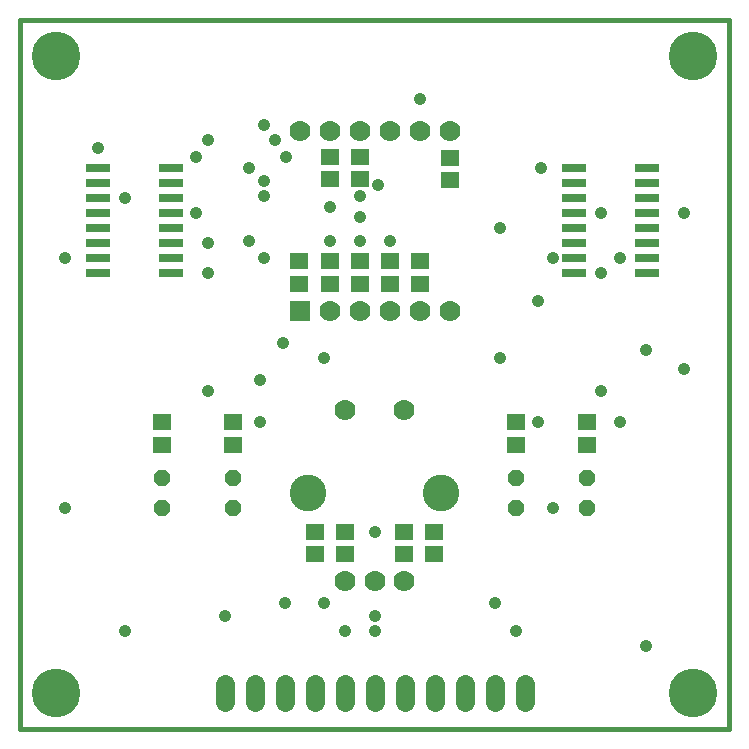
<source format=gbs>
G75*
%MOIN*%
%OFA0B0*%
%FSLAX25Y25*%
%IPPOS*%
%LPD*%
%AMOC8*
5,1,8,0,0,1.08239X$1,22.5*
%
%ADD10C,0.01600*%
%ADD11R,0.06306X0.05518*%
%ADD12C,0.07000*%
%ADD13C,0.12211*%
%ADD14R,0.07000X0.07000*%
%ADD15R,0.08400X0.03000*%
%ADD16OC8,0.05600*%
%ADD17C,0.06400*%
%ADD18C,0.04239*%
%ADD19C,0.16211*%
D10*
X0001800Y0001800D02*
X0001800Y0238020D01*
X0238020Y0238020D01*
X0238020Y0001800D01*
X0001800Y0001800D01*
D11*
X0049044Y0096485D03*
X0049044Y0103965D03*
X0072666Y0103965D03*
X0072666Y0096485D03*
X0100068Y0067410D03*
X0100068Y0059930D03*
X0110068Y0059930D03*
X0110068Y0067410D03*
X0129753Y0067410D03*
X0129753Y0059930D03*
X0139625Y0059930D03*
X0139625Y0067410D03*
X0167154Y0096485D03*
X0167154Y0103965D03*
X0190776Y0103965D03*
X0190776Y0096485D03*
X0134910Y0150137D03*
X0134910Y0157617D03*
X0124910Y0157617D03*
X0124910Y0150137D03*
X0114930Y0150137D03*
X0114930Y0157617D03*
X0104910Y0157617D03*
X0104910Y0150137D03*
X0094881Y0150137D03*
X0094881Y0157617D03*
X0104910Y0185068D03*
X0104910Y0192548D03*
X0114910Y0192548D03*
X0114910Y0185068D03*
X0144910Y0184674D03*
X0144910Y0192154D03*
D12*
X0144910Y0201091D03*
X0134910Y0201091D03*
X0124910Y0201091D03*
X0114910Y0201091D03*
X0104910Y0201091D03*
X0094910Y0201091D03*
X0104910Y0141091D03*
X0114910Y0141091D03*
X0124910Y0141091D03*
X0134910Y0141091D03*
X0144910Y0141091D03*
X0129753Y0108099D03*
X0110068Y0108099D03*
X0110068Y0051013D03*
X0119910Y0051013D03*
X0129753Y0051013D03*
D13*
X0141957Y0080540D03*
X0097863Y0080540D03*
D14*
X0094910Y0141091D03*
D15*
X0052030Y0153591D03*
X0052030Y0158591D03*
X0052030Y0163591D03*
X0052030Y0168591D03*
X0052030Y0173591D03*
X0052030Y0178591D03*
X0052030Y0183591D03*
X0052030Y0188591D03*
X0027830Y0188591D03*
X0027830Y0183591D03*
X0027830Y0178591D03*
X0027830Y0173591D03*
X0027830Y0168591D03*
X0027830Y0163591D03*
X0027830Y0158591D03*
X0027830Y0153591D03*
X0186550Y0153591D03*
X0186550Y0158591D03*
X0186550Y0163591D03*
X0186550Y0168591D03*
X0186550Y0173591D03*
X0186550Y0178591D03*
X0186550Y0183591D03*
X0186550Y0188591D03*
X0210750Y0188591D03*
X0210750Y0183591D03*
X0210750Y0178591D03*
X0210750Y0173591D03*
X0210750Y0168591D03*
X0210750Y0163591D03*
X0210750Y0158591D03*
X0210750Y0153591D03*
D16*
X0190776Y0085540D03*
X0190776Y0075540D03*
X0167154Y0075540D03*
X0167154Y0085540D03*
X0072666Y0085540D03*
X0072666Y0075540D03*
X0049044Y0075540D03*
X0049044Y0085540D03*
D17*
X0069910Y0016611D02*
X0069910Y0010611D01*
X0079910Y0010611D02*
X0079910Y0016611D01*
X0089910Y0016611D02*
X0089910Y0010611D01*
X0099910Y0010611D02*
X0099910Y0016611D01*
X0109910Y0016611D02*
X0109910Y0010611D01*
X0119910Y0010611D02*
X0119910Y0016611D01*
X0129940Y0016739D02*
X0129940Y0010739D01*
X0139940Y0010739D02*
X0139940Y0016739D01*
X0149940Y0016739D02*
X0149940Y0010739D01*
X0159940Y0010739D02*
X0159940Y0016739D01*
X0169940Y0016739D02*
X0169940Y0010739D01*
D18*
X0167154Y0034300D03*
X0159910Y0043857D03*
X0179300Y0075540D03*
X0174300Y0103965D03*
X0195550Y0114300D03*
X0201800Y0103965D03*
X0223050Y0121800D03*
X0210550Y0128050D03*
X0195550Y0153572D03*
X0201800Y0158591D03*
X0195550Y0173591D03*
X0179300Y0158591D03*
X0174300Y0144300D03*
X0161800Y0125550D03*
X0124910Y0164398D03*
X0114930Y0164398D03*
X0114930Y0172272D03*
X0114910Y0179359D03*
X0121091Y0183050D03*
X0104910Y0175816D03*
X0104910Y0164398D03*
X0083050Y0158591D03*
X0078050Y0164300D03*
X0064300Y0163591D03*
X0064300Y0153591D03*
X0060550Y0173591D03*
X0078050Y0188591D03*
X0083050Y0184300D03*
X0083050Y0179359D03*
X0090550Y0192351D03*
X0086800Y0198050D03*
X0083050Y0203050D03*
X0064300Y0198050D03*
X0060550Y0192351D03*
X0036800Y0178591D03*
X0027830Y0195550D03*
X0016800Y0158591D03*
X0064300Y0114300D03*
X0081800Y0118050D03*
X0089300Y0130550D03*
X0103050Y0125550D03*
X0081800Y0103965D03*
X0119910Y0067410D03*
X0103050Y0043857D03*
X0109910Y0034300D03*
X0119910Y0034300D03*
X0119910Y0039300D03*
X0089910Y0043857D03*
X0069910Y0039300D03*
X0036800Y0034300D03*
X0016800Y0075550D03*
X0134910Y0211800D03*
X0175300Y0188591D03*
X0161800Y0168591D03*
X0223050Y0173591D03*
X0210550Y0029300D03*
D19*
X0226209Y0013611D03*
X0013611Y0013611D03*
X0013611Y0226209D03*
X0226209Y0226209D03*
M02*

</source>
